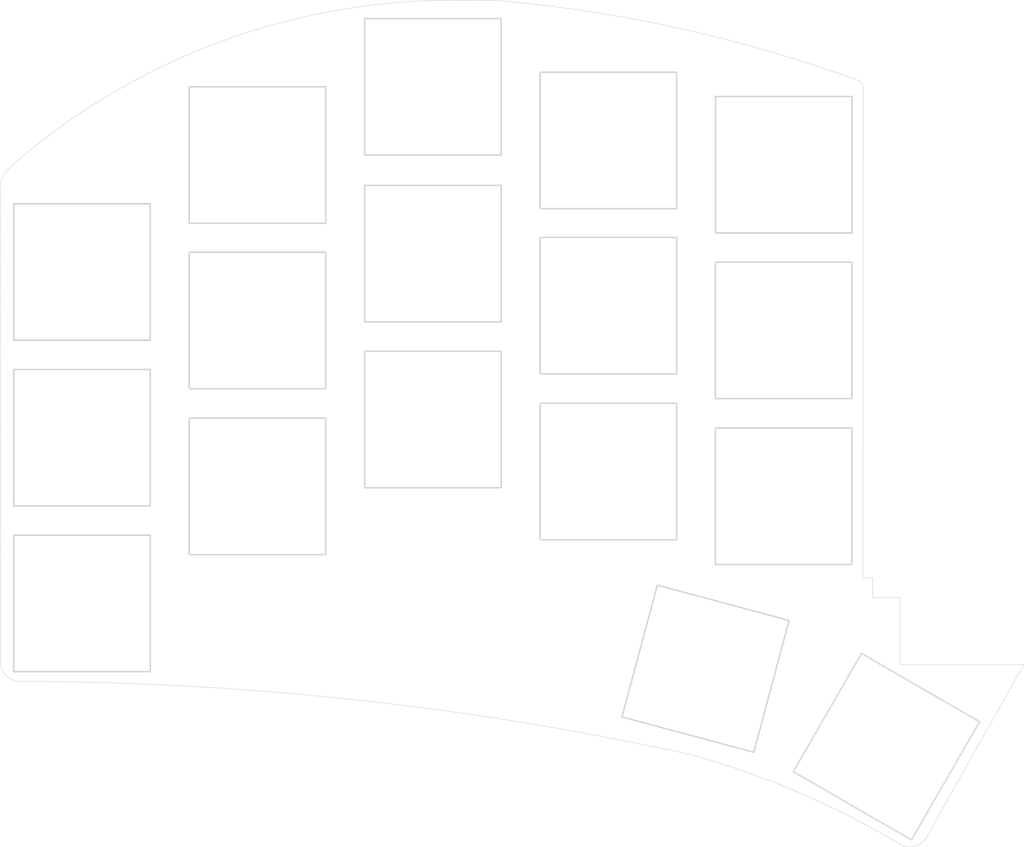
<source format=kicad_pcb>
(kicad_pcb (version 20171130) (host pcbnew 5.1.10)

  (general
    (thickness 1.6)
    (drawings 17)
    (tracks 0)
    (zones 0)
    (modules 17)
    (nets 1)
  )

  (page A4)
  (layers
    (0 F.Cu signal)
    (31 B.Cu signal)
    (32 B.Adhes user)
    (33 F.Adhes user)
    (34 B.Paste user)
    (35 F.Paste user)
    (36 B.SilkS user)
    (37 F.SilkS user)
    (38 B.Mask user)
    (39 F.Mask user)
    (40 Dwgs.User user)
    (41 Cmts.User user)
    (42 Eco1.User user)
    (43 Eco2.User user)
    (44 Edge.Cuts user)
    (45 Margin user)
    (46 B.CrtYd user)
    (47 F.CrtYd user)
    (48 B.Fab user)
    (49 F.Fab user)
  )

  (setup
    (last_trace_width 0.25)
    (trace_clearance 0.2)
    (zone_clearance 0.508)
    (zone_45_only no)
    (trace_min 0.2)
    (via_size 0.8)
    (via_drill 0.4)
    (via_min_size 0.4)
    (via_min_drill 0.3)
    (uvia_size 0.3)
    (uvia_drill 0.1)
    (uvias_allowed no)
    (uvia_min_size 0.2)
    (uvia_min_drill 0.1)
    (edge_width 0.05)
    (segment_width 0.2)
    (pcb_text_width 0.3)
    (pcb_text_size 1.5 1.5)
    (mod_edge_width 0.12)
    (mod_text_size 1 1)
    (mod_text_width 0.15)
    (pad_size 0.9 1.25)
    (pad_drill 0)
    (pad_to_mask_clearance 0)
    (aux_axis_origin 0 0)
    (visible_elements FFFFFF7F)
    (pcbplotparams
      (layerselection 0x010fc_ffffffff)
      (usegerberextensions false)
      (usegerberattributes true)
      (usegerberadvancedattributes true)
      (creategerberjobfile true)
      (excludeedgelayer true)
      (linewidth 0.100000)
      (plotframeref false)
      (viasonmask false)
      (mode 1)
      (useauxorigin false)
      (hpglpennumber 1)
      (hpglpenspeed 20)
      (hpglpendiameter 15.000000)
      (psnegative false)
      (psa4output false)
      (plotreference true)
      (plotvalue true)
      (plotinvisibletext false)
      (padsonsilk false)
      (subtractmaskfromsilk false)
      (outputformat 1)
      (mirror false)
      (drillshape 0)
      (scaleselection 1)
      (outputdirectory "sweep2gerber"))
  )

  (net 0 "")

  (net_class Default "This is the default net class."
    (clearance 0.2)
    (trace_width 0.25)
    (via_dia 0.8)
    (via_drill 0.4)
    (uvia_dia 0.3)
    (uvia_drill 0.1)
  )

  (module Kailh:SW_PG1350_cut (layer F.Cu) (tedit 5F05DFF4) (tstamp 608AA241)
    (at 40 62.992)
    (descr "Kailh \"Choc\" PG1350 keyswitch, able to be mounted on front or back of PCB")
    (tags kailh,choc)
    (path /604BAF06)
    (fp_text reference SW15 (at 4.98 -5.69 180) (layer Dwgs.User) hide
      (effects (font (size 1 1) (thickness 0.15)))
    )
    (fp_text value SW_Push (at -0.07 8.17 180) (layer Dwgs.User) hide
      (effects (font (size 1 1) (thickness 0.15)))
    )
    (fp_text user %R (at 0 0 180) (layer F.Fab)
      (effects (font (size 1 1) (thickness 0.15)))
    )
    (fp_text user %V (at 0 8.255) (layer B.Fab)
      (effects (font (size 1 1) (thickness 0.15)) (justify mirror))
    )
    (fp_line (start -7 -7) (end 7 -7) (layer Edge.Cuts) (width 0.15))
    (fp_line (start -7 7) (end 7 7) (layer Edge.Cuts) (width 0.15))
    (fp_line (start -7 7) (end -7 -7) (layer Edge.Cuts) (width 0.15))
    (fp_line (start 7 7) (end 7 -7) (layer Edge.Cuts) (width 0.15))
  )

  (module Kailh:SW_PG1350_cut (layer F.Cu) (tedit 5F05DFF4) (tstamp 608AA17E)
    (at 40 45.974)
    (descr "Kailh \"Choc\" PG1350 keyswitch, able to be mounted on front or back of PCB")
    (tags kailh,choc)
    (path /604A6D52)
    (fp_text reference SW9 (at 4.98 -5.69 180) (layer Dwgs.User) hide
      (effects (font (size 1 1) (thickness 0.15)))
    )
    (fp_text value SW_Push (at -0.07 8.17 180) (layer Dwgs.User) hide
      (effects (font (size 1 1) (thickness 0.15)))
    )
    (fp_text user %R (at 0 0 180) (layer F.Fab)
      (effects (font (size 1 1) (thickness 0.15)))
    )
    (fp_text user %V (at 0 8.255) (layer B.Fab)
      (effects (font (size 1 1) (thickness 0.15)) (justify mirror))
    )
    (fp_line (start -7 -7) (end 7 -7) (layer Edge.Cuts) (width 0.15))
    (fp_line (start -7 7) (end 7 7) (layer Edge.Cuts) (width 0.15))
    (fp_line (start -7 7) (end -7 -7) (layer Edge.Cuts) (width 0.15))
    (fp_line (start 7 7) (end 7 -7) (layer Edge.Cuts) (width 0.15))
  )

  (module Kailh:SW_PG1350_cut (layer F.Cu) (tedit 5F05DFF4) (tstamp 608AA157)
    (at 22 58)
    (descr "Kailh \"Choc\" PG1350 keyswitch, able to be mounted on front or back of PCB")
    (tags kailh,choc)
    (path /604A6C6C)
    (fp_text reference SW8 (at 4.98 -5.69 180) (layer Dwgs.User) hide
      (effects (font (size 1 1) (thickness 0.15)))
    )
    (fp_text value SW_Push (at -0.07 8.17 180) (layer Dwgs.User) hide
      (effects (font (size 1 1) (thickness 0.15)))
    )
    (fp_text user %R (at 0 0 180) (layer F.Fab)
      (effects (font (size 1 1) (thickness 0.15)))
    )
    (fp_text user %V (at 0 8.255) (layer B.Fab)
      (effects (font (size 1 1) (thickness 0.15)) (justify mirror))
    )
    (fp_line (start -7 -7) (end 7 -7) (layer Edge.Cuts) (width 0.15))
    (fp_line (start -7 7) (end 7 7) (layer Edge.Cuts) (width 0.15))
    (fp_line (start -7 7) (end -7 -7) (layer Edge.Cuts) (width 0.15))
    (fp_line (start 7 7) (end 7 -7) (layer Edge.Cuts) (width 0.15))
  )

  (module Kailh:SW_PG1350_cut (layer F.Cu) (tedit 5F05DFF4) (tstamp 608AA0BB)
    (at 40 29)
    (descr "Kailh \"Choc\" PG1350 keyswitch, able to be mounted on front or back of PCB")
    (tags kailh,choc)
    (path /6049E7C0)
    (fp_text reference SW3 (at 4.98 -5.69 180) (layer Dwgs.User) hide
      (effects (font (size 1 1) (thickness 0.15)))
    )
    (fp_text value SW_Push (at -0.07 8.17 180) (layer Dwgs.User) hide
      (effects (font (size 1 1) (thickness 0.15)))
    )
    (fp_text user %R (at 0 0 180) (layer F.Fab)
      (effects (font (size 1 1) (thickness 0.15)))
    )
    (fp_text user %V (at 0 8.255) (layer B.Fab)
      (effects (font (size 1 1) (thickness 0.15)) (justify mirror))
    )
    (fp_line (start -7 -7) (end 7 -7) (layer Edge.Cuts) (width 0.15))
    (fp_line (start -7 7) (end 7 7) (layer Edge.Cuts) (width 0.15))
    (fp_line (start -7 7) (end -7 -7) (layer Edge.Cuts) (width 0.15))
    (fp_line (start 7 7) (end 7 -7) (layer Edge.Cuts) (width 0.15))
  )

  (module Kailh:SW_PG1350_cut (layer F.Cu) (tedit 5F05DFF4) (tstamp 608AA094)
    (at 22 41)
    (descr "Kailh \"Choc\" PG1350 keyswitch, able to be mounted on front or back of PCB")
    (tags kailh,choc)
    (path /6049E323)
    (fp_text reference SW2 (at 4.98 -5.69 180) (layer Dwgs.User) hide
      (effects (font (size 1 1) (thickness 0.15)))
    )
    (fp_text value SW_Push (at -0.07 8.17 180) (layer Dwgs.User) hide
      (effects (font (size 1 1) (thickness 0.15)))
    )
    (fp_text user %R (at 0 0 180) (layer F.Fab)
      (effects (font (size 1 1) (thickness 0.15)))
    )
    (fp_text user %V (at 0 8.255) (layer B.Fab)
      (effects (font (size 1 1) (thickness 0.15)) (justify mirror))
    )
    (fp_line (start -7 -7) (end 7 -7) (layer Edge.Cuts) (width 0.15))
    (fp_line (start -7 7) (end 7 7) (layer Edge.Cuts) (width 0.15))
    (fp_line (start -7 7) (end -7 -7) (layer Edge.Cuts) (width 0.15))
    (fp_line (start 7 7) (end 7 -7) (layer Edge.Cuts) (width 0.15))
  )

  (module Kailh:SW_PG1350_cut (layer F.Cu) (tedit 5F05DFF4) (tstamp 608AA21A)
    (at 22 75)
    (descr "Kailh \"Choc\" PG1350 keyswitch, able to be mounted on front or back of PCB")
    (tags kailh,choc)
    (path /604BAD64)
    (fp_text reference SW14 (at 4.98 -5.69 180) (layer Dwgs.User) hide
      (effects (font (size 1 1) (thickness 0.15)))
    )
    (fp_text value SW_Push (at -0.07 8.17 180) (layer Dwgs.User) hide
      (effects (font (size 1 1) (thickness 0.15)))
    )
    (fp_text user %R (at 0 0 180) (layer F.Fab)
      (effects (font (size 1 1) (thickness 0.15)))
    )
    (fp_text user %V (at 0 8.255) (layer B.Fab)
      (effects (font (size 1 1) (thickness 0.15)) (justify mirror))
    )
    (fp_line (start -7 -7) (end 7 -7) (layer Edge.Cuts) (width 0.15))
    (fp_line (start -7 7) (end 7 7) (layer Edge.Cuts) (width 0.15))
    (fp_line (start -7 7) (end -7 -7) (layer Edge.Cuts) (width 0.15))
    (fp_line (start 7 7) (end 7 -7) (layer Edge.Cuts) (width 0.15))
  )

  (module Kailh:SW_PG1350_cut (layer F.Cu) (tedit 5F05DFF4) (tstamp 608AA304)
    (at 85.97 81.7 165)
    (descr "Kailh \"Choc\" PG1350 keyswitch, able to be mounted on front or back of PCB")
    (tags kailh,choc)
    (path /604A14CA)
    (fp_text reference SW21 (at 4.98 -5.69 345) (layer Dwgs.User) hide
      (effects (font (size 1 1) (thickness 0.15)))
    )
    (fp_text value SW_Push (at -0.07 8.17 345) (layer Dwgs.User) hide
      (effects (font (size 1 1) (thickness 0.15)))
    )
    (fp_text user %R (at 0 0 345) (layer F.Fab)
      (effects (font (size 1 1) (thickness 0.15)))
    )
    (fp_text user %V (at 0 8.255 165) (layer B.Fab)
      (effects (font (size 1 1) (thickness 0.15)) (justify mirror))
    )
    (fp_line (start -7 -7) (end 7 -7) (layer Edge.Cuts) (width 0.15))
    (fp_line (start -7 7) (end 7 7) (layer Edge.Cuts) (width 0.15))
    (fp_line (start -7 7) (end -7 -7) (layer Edge.Cuts) (width 0.15))
    (fp_line (start 7 7) (end 7 -7) (layer Edge.Cuts) (width 0.15))
  )

  (module Kailh:SW_PG1350_cut (layer F.Cu) (tedit 5F05DFF4) (tstamp 608AA2DD)
    (at 104.53 89.7 150)
    (descr "Kailh \"Choc\" PG1350 keyswitch, able to be mounted on front or back of PCB")
    (tags kailh,choc)
    (path /604A14C0)
    (fp_text reference SW20 (at 4.98 -5.690001 330) (layer Dwgs.User) hide
      (effects (font (size 1 1) (thickness 0.15)))
    )
    (fp_text value SW_Push (at -0.07 8.170001 330) (layer Dwgs.User) hide
      (effects (font (size 1 1) (thickness 0.15)))
    )
    (fp_text user %R (at 0 0 330) (layer F.Fab)
      (effects (font (size 1 1) (thickness 0.15)))
    )
    (fp_text user %V (at 0 8.255 150) (layer B.Fab)
      (effects (font (size 1 1) (thickness 0.15)) (justify mirror))
    )
    (fp_line (start -7 -7) (end 7 -7) (layer Edge.Cuts) (width 0.15))
    (fp_line (start -7 7) (end 7 7) (layer Edge.Cuts) (width 0.15))
    (fp_line (start -7 7) (end -7 -7) (layer Edge.Cuts) (width 0.15))
    (fp_line (start 7 7) (end 7 -7) (layer Edge.Cuts) (width 0.15))
  )

  (module Kailh:SW_PG1350_cut (layer F.Cu) (tedit 5F05DFF4) (tstamp 608AA2B6)
    (at 93.98 64.008)
    (descr "Kailh \"Choc\" PG1350 keyswitch, able to be mounted on front or back of PCB")
    (tags kailh,choc)
    (path /604BAF24)
    (fp_text reference SW18 (at 4.98 -5.69 180) (layer Dwgs.User) hide
      (effects (font (size 1 1) (thickness 0.15)))
    )
    (fp_text value SW_Push (at -0.07 8.17 180) (layer Dwgs.User) hide
      (effects (font (size 1 1) (thickness 0.15)))
    )
    (fp_text user %R (at 0 0 180) (layer F.Fab)
      (effects (font (size 1 1) (thickness 0.15)))
    )
    (fp_text user %V (at 0 8.255) (layer B.Fab)
      (effects (font (size 1 1) (thickness 0.15)) (justify mirror))
    )
    (fp_line (start -7 -7) (end 7 -7) (layer Edge.Cuts) (width 0.15))
    (fp_line (start -7 7) (end 7 7) (layer Edge.Cuts) (width 0.15))
    (fp_line (start -7 7) (end -7 -7) (layer Edge.Cuts) (width 0.15))
    (fp_line (start 7 7) (end 7 -7) (layer Edge.Cuts) (width 0.15))
  )

  (module Kailh:SW_PG1350_cut (layer F.Cu) (tedit 5F05DFF4) (tstamp 608AA28F)
    (at 76 61.468)
    (descr "Kailh \"Choc\" PG1350 keyswitch, able to be mounted on front or back of PCB")
    (tags kailh,choc)
    (path /604BAF1A)
    (fp_text reference SW17 (at 4.98 -5.69 180) (layer Dwgs.User) hide
      (effects (font (size 1 1) (thickness 0.15)))
    )
    (fp_text value SW_Push (at -0.07 8.17 180) (layer Dwgs.User) hide
      (effects (font (size 1 1) (thickness 0.15)))
    )
    (fp_text user %R (at 0 0 180) (layer F.Fab)
      (effects (font (size 1 1) (thickness 0.15)))
    )
    (fp_text user %V (at 0 8.255) (layer B.Fab)
      (effects (font (size 1 1) (thickness 0.15)) (justify mirror))
    )
    (fp_line (start -7 -7) (end 7 -7) (layer Edge.Cuts) (width 0.15))
    (fp_line (start -7 7) (end 7 7) (layer Edge.Cuts) (width 0.15))
    (fp_line (start -7 7) (end -7 -7) (layer Edge.Cuts) (width 0.15))
    (fp_line (start 7 7) (end 7 -7) (layer Edge.Cuts) (width 0.15))
  )

  (module Kailh:SW_PG1350_cut (layer F.Cu) (tedit 5F05DFF4) (tstamp 608AA268)
    (at 58 56.134)
    (descr "Kailh \"Choc\" PG1350 keyswitch, able to be mounted on front or back of PCB")
    (tags kailh,choc)
    (path /604BAF10)
    (fp_text reference SW16 (at 4.98 -5.69 180) (layer Dwgs.User) hide
      (effects (font (size 1 1) (thickness 0.15)))
    )
    (fp_text value SW_Push (at -0.07 8.17 180) (layer Dwgs.User) hide
      (effects (font (size 1 1) (thickness 0.15)))
    )
    (fp_text user %R (at 0 0 180) (layer F.Fab)
      (effects (font (size 1 1) (thickness 0.15)))
    )
    (fp_text user %V (at 0 8.255) (layer B.Fab)
      (effects (font (size 1 1) (thickness 0.15)) (justify mirror))
    )
    (fp_line (start -7 -7) (end 7 -7) (layer Edge.Cuts) (width 0.15))
    (fp_line (start -7 7) (end 7 7) (layer Edge.Cuts) (width 0.15))
    (fp_line (start -7 7) (end -7 -7) (layer Edge.Cuts) (width 0.15))
    (fp_line (start 7 7) (end 7 -7) (layer Edge.Cuts) (width 0.15))
  )

  (module Kailh:SW_PG1350_cut (layer F.Cu) (tedit 5F05DFF4) (tstamp 608AA1F3)
    (at 93.98 46.99)
    (descr "Kailh \"Choc\" PG1350 keyswitch, able to be mounted on front or back of PCB")
    (tags kailh,choc)
    (path /604A6D70)
    (fp_text reference SW12 (at 4.98 -5.69 180) (layer Dwgs.User) hide
      (effects (font (size 1 1) (thickness 0.15)))
    )
    (fp_text value SW_Push (at -0.07 8.17 180) (layer Dwgs.User) hide
      (effects (font (size 1 1) (thickness 0.15)))
    )
    (fp_text user %R (at 0 0 180) (layer F.Fab)
      (effects (font (size 1 1) (thickness 0.15)))
    )
    (fp_text user %V (at 0 8.255) (layer B.Fab)
      (effects (font (size 1 1) (thickness 0.15)) (justify mirror))
    )
    (fp_line (start -7 -7) (end 7 -7) (layer Edge.Cuts) (width 0.15))
    (fp_line (start -7 7) (end 7 7) (layer Edge.Cuts) (width 0.15))
    (fp_line (start -7 7) (end -7 -7) (layer Edge.Cuts) (width 0.15))
    (fp_line (start 7 7) (end 7 -7) (layer Edge.Cuts) (width 0.15))
  )

  (module Kailh:SW_PG1350_cut (layer F.Cu) (tedit 5F05DFF4) (tstamp 608AA1CC)
    (at 76 44.45)
    (descr "Kailh \"Choc\" PG1350 keyswitch, able to be mounted on front or back of PCB")
    (tags kailh,choc)
    (path /604A6D66)
    (fp_text reference SW11 (at 4.98 -5.69 180) (layer Dwgs.User) hide
      (effects (font (size 1 1) (thickness 0.15)))
    )
    (fp_text value SW_Push (at -0.07 8.17 180) (layer Dwgs.User) hide
      (effects (font (size 1 1) (thickness 0.15)))
    )
    (fp_text user %R (at 0 0 180) (layer F.Fab)
      (effects (font (size 1 1) (thickness 0.15)))
    )
    (fp_text user %V (at 0 8.255) (layer B.Fab)
      (effects (font (size 1 1) (thickness 0.15)) (justify mirror))
    )
    (fp_line (start -7 -7) (end 7 -7) (layer Edge.Cuts) (width 0.15))
    (fp_line (start -7 7) (end 7 7) (layer Edge.Cuts) (width 0.15))
    (fp_line (start -7 7) (end -7 -7) (layer Edge.Cuts) (width 0.15))
    (fp_line (start 7 7) (end 7 -7) (layer Edge.Cuts) (width 0.15))
  )

  (module Kailh:SW_PG1350_cut (layer F.Cu) (tedit 5F05DFF4) (tstamp 608AA1A5)
    (at 58 39.116)
    (descr "Kailh \"Choc\" PG1350 keyswitch, able to be mounted on front or back of PCB")
    (tags kailh,choc)
    (path /604A6D5C)
    (fp_text reference SW10 (at 4.98 -5.69 180) (layer Dwgs.User) hide
      (effects (font (size 1 1) (thickness 0.15)))
    )
    (fp_text value SW_Push (at -0.07 8.17 180) (layer Dwgs.User) hide
      (effects (font (size 1 1) (thickness 0.15)))
    )
    (fp_text user %R (at 0 0 180) (layer F.Fab)
      (effects (font (size 1 1) (thickness 0.15)))
    )
    (fp_text user %V (at 0 8.255) (layer B.Fab)
      (effects (font (size 1 1) (thickness 0.15)) (justify mirror))
    )
    (fp_line (start -7 -7) (end 7 -7) (layer Edge.Cuts) (width 0.15))
    (fp_line (start -7 7) (end 7 7) (layer Edge.Cuts) (width 0.15))
    (fp_line (start -7 7) (end -7 -7) (layer Edge.Cuts) (width 0.15))
    (fp_line (start 7 7) (end 7 -7) (layer Edge.Cuts) (width 0.15))
  )

  (module Kailh:SW_PG1350_cut (layer F.Cu) (tedit 5F05DFF4) (tstamp 608AA130)
    (at 94 30)
    (descr "Kailh \"Choc\" PG1350 keyswitch, able to be mounted on front or back of PCB")
    (tags kailh,choc)
    (path /6049F698)
    (fp_text reference SW6 (at 4.98 -5.69 180) (layer Dwgs.User) hide
      (effects (font (size 1 1) (thickness 0.15)))
    )
    (fp_text value SW_Push (at -0.07 8.17 180) (layer Dwgs.User) hide
      (effects (font (size 1 1) (thickness 0.15)))
    )
    (fp_text user %R (at 0 0 180) (layer F.Fab)
      (effects (font (size 1 1) (thickness 0.15)))
    )
    (fp_text user %V (at 0 8.255) (layer B.Fab)
      (effects (font (size 1 1) (thickness 0.15)) (justify mirror))
    )
    (fp_line (start -7 -7) (end 7 -7) (layer Edge.Cuts) (width 0.15))
    (fp_line (start -7 7) (end 7 7) (layer Edge.Cuts) (width 0.15))
    (fp_line (start -7 7) (end -7 -7) (layer Edge.Cuts) (width 0.15))
    (fp_line (start 7 7) (end 7 -7) (layer Edge.Cuts) (width 0.15))
  )

  (module Kailh:SW_PG1350_cut (layer F.Cu) (tedit 5F05DFF4) (tstamp 608AA109)
    (at 76 27.5)
    (descr "Kailh \"Choc\" PG1350 keyswitch, able to be mounted on front or back of PCB")
    (tags kailh,choc)
    (path /6049F636)
    (fp_text reference SW5 (at 4.98 -5.69 180) (layer Dwgs.User) hide
      (effects (font (size 1 1) (thickness 0.15)))
    )
    (fp_text value SW_Push (at -0.07 8.17 180) (layer Dwgs.User) hide
      (effects (font (size 1 1) (thickness 0.15)))
    )
    (fp_text user %R (at 0 0 180) (layer F.Fab)
      (effects (font (size 1 1) (thickness 0.15)))
    )
    (fp_text user %V (at 0 8.255) (layer B.Fab)
      (effects (font (size 1 1) (thickness 0.15)) (justify mirror))
    )
    (fp_line (start -7 -7) (end 7 -7) (layer Edge.Cuts) (width 0.15))
    (fp_line (start -7 7) (end 7 7) (layer Edge.Cuts) (width 0.15))
    (fp_line (start -7 7) (end -7 -7) (layer Edge.Cuts) (width 0.15))
    (fp_line (start 7 7) (end 7 -7) (layer Edge.Cuts) (width 0.15))
  )

  (module Kailh:SW_PG1350_cut (layer F.Cu) (tedit 5F05DFF4) (tstamp 608AA0E2)
    (at 58 22)
    (descr "Kailh \"Choc\" PG1350 keyswitch, able to be mounted on front or back of PCB")
    (tags kailh,choc)
    (path /6049EB70)
    (fp_text reference SW4 (at 4.98 -5.69 180) (layer Dwgs.User) hide
      (effects (font (size 1 1) (thickness 0.15)))
    )
    (fp_text value SW_Push (at -0.07 8.17 180) (layer Dwgs.User) hide
      (effects (font (size 1 1) (thickness 0.15)))
    )
    (fp_text user %R (at 0 0 180) (layer F.Fab)
      (effects (font (size 1 1) (thickness 0.15)))
    )
    (fp_text user %V (at 0 8.255) (layer B.Fab)
      (effects (font (size 1 1) (thickness 0.15)) (justify mirror))
    )
    (fp_line (start -7 -7) (end 7 -7) (layer Edge.Cuts) (width 0.15))
    (fp_line (start -7 7) (end 7 7) (layer Edge.Cuts) (width 0.15))
    (fp_line (start -7 7) (end -7 -7) (layer Edge.Cuts) (width 0.15))
    (fp_line (start 7 7) (end 7 -7) (layer Edge.Cuts) (width 0.15))
  )

  (gr_line (start 118.618 81.28) (end 105.918 81.28) (layer Edge.Cuts) (width 0.05) (tstamp 60FE80A0))
  (gr_line (start 105.918 81.28) (end 105.918 74.422) (layer Edge.Cuts) (width 0.05) (tstamp 60FE8097))
  (gr_line (start 103.124 74.422) (end 105.918 74.422) (layer Edge.Cuts) (width 0.05) (tstamp 60FE8093))
  (gr_line (start 103.124 72.39) (end 103.124 74.422) (layer Edge.Cuts) (width 0.05) (tstamp 60FE8090))
  (gr_line (start 103.124 72.39) (end 102.108 72.39) (layer Edge.Cuts) (width 0.05) (tstamp 60FE8062))
  (gr_line (start 64.211777 13.120679) (end 60.010389 13.126139) (layer Edge.Cuts) (width 0.05) (tstamp 608AAEBF))
  (gr_line (start 118.618 81.28) (end 108.59 99.069265) (layer Edge.Cuts) (width 0.05) (tstamp 608AAEBD))
  (gr_arc (start 60.010389 81.856139) (end 60.010389 13.126139) (angle -40.87028694) (layer Edge.Cuts) (width 0.05) (tstamp 608AAEBC))
  (gr_line (start 102.108 72.39) (end 102.142045 22.057419) (layer Edge.Cuts) (width 0.05) (tstamp 608AAEBA))
  (gr_arc (start 15.628253 81.018608) (end 13.650254 81.165024) (angle -87.49275882) (layer Edge.Cuts) (width 0.05) (tstamp 608AAEB8))
  (gr_arc (start 15.109962 406.957453) (end 84.329134 90.481946) (angle -12.23515303) (layer Edge.Cuts) (width 0.05) (tstamp 608AAEB7))
  (gr_arc (start 106.928 98.018) (end 105.858 99.668) (angle -90.64821197) (layer Edge.Cuts) (width 0.05) (tstamp 608AAEB6))
  (gr_arc (start 52.264442 156.650303) (end 101.70729 21.376889) (angle -15.31921041) (layer Edge.Cuts) (width 0.05) (tstamp 608AAEB5))
  (gr_arc (start 17.482 33.128) (end 15.037 29.883) (angle -35.36225308) (layer Edge.Cuts) (width 0.05) (tstamp 608AAEB3))
  (gr_arc (start 61.542 173.708) (end 105.858 99.668) (angle -15.59005573) (layer Edge.Cuts) (width 0.05) (tstamp 608AAEB2))
  (gr_arc (start 101.392045 22.057419) (end 102.142045 22.057419) (angle -65.14479855) (layer Edge.Cuts) (width 0.05) (tstamp 608AAEB1))
  (gr_line (start 13.610055 31.896702) (end 13.650254 81.165024) (layer Edge.Cuts) (width 0.05) (tstamp 608AAEB0))

)

</source>
